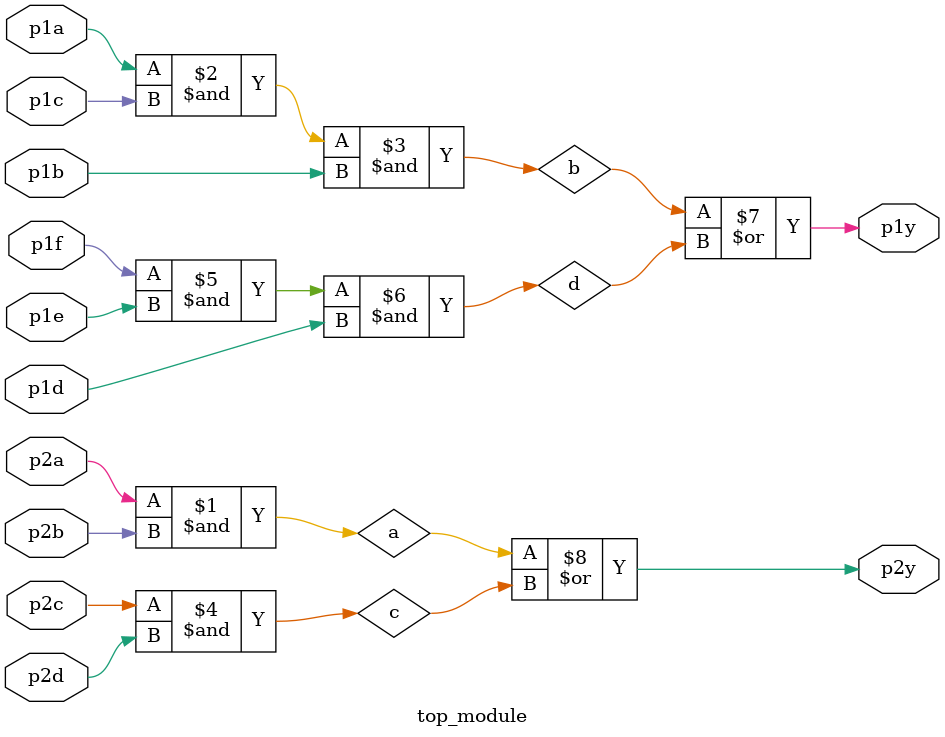
<source format=v>
module top_module (
    input p1a, p1b, p1c, p1d, p1e, p1f,
    output p1y,
    input p2a, p2b, p2c, p2d,
    output p2y);

    wire a, b, c, d;
    assign a = p2a & p2b;
    assign b = p1a & p1c & p1b;
    assign c = p2c & p2d;
    assign d = p1f & p1e & p1d;

    assign p1y = b | d;
    assign p2y = a | c;

endmodule
</source>
